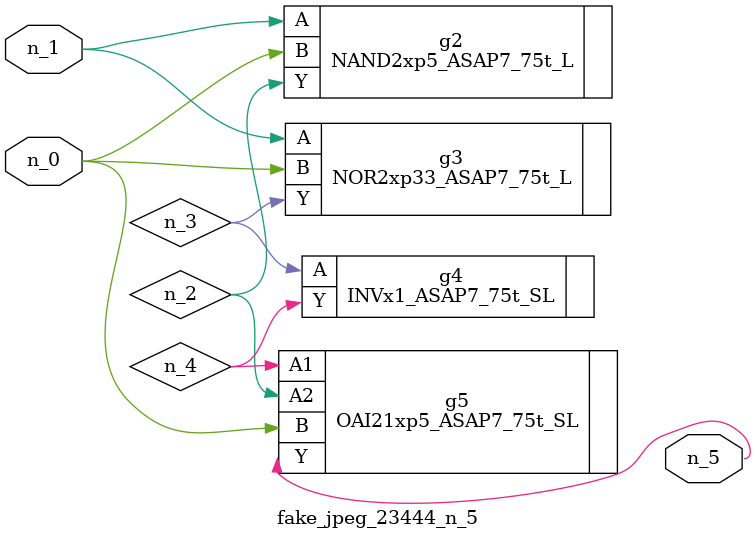
<source format=v>
module fake_jpeg_23444_n_5 (n_0, n_1, n_5);

input n_0;
input n_1;

output n_5;

wire n_2;
wire n_3;
wire n_4;

NAND2xp5_ASAP7_75t_L g2 ( 
.A(n_1),
.B(n_0),
.Y(n_2)
);

NOR2xp33_ASAP7_75t_L g3 ( 
.A(n_1),
.B(n_0),
.Y(n_3)
);

INVx1_ASAP7_75t_SL g4 ( 
.A(n_3),
.Y(n_4)
);

OAI21xp5_ASAP7_75t_SL g5 ( 
.A1(n_4),
.A2(n_2),
.B(n_0),
.Y(n_5)
);


endmodule
</source>
